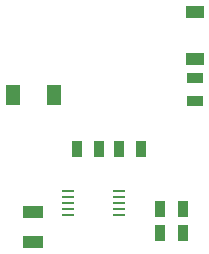
<source format=gbr>
%TF.GenerationSoftware,KiCad,Pcbnew,7.0.7-7.0.7~ubuntu23.04.1*%
%TF.CreationDate,2023-09-17T09:32:36+00:00*%
%TF.ProjectId,RTC02,52544330-322e-46b6-9963-61645f706362,rev?*%
%TF.SameCoordinates,Original*%
%TF.FileFunction,Paste,Bot*%
%TF.FilePolarity,Positive*%
%FSLAX46Y46*%
G04 Gerber Fmt 4.6, Leading zero omitted, Abs format (unit mm)*
G04 Created by KiCad (PCBNEW 7.0.7-7.0.7~ubuntu23.04.1) date 2023-09-17 09:32:36*
%MOMM*%
%LPD*%
G01*
G04 APERTURE LIST*
%ADD10R,0.889000X1.397000*%
%ADD11R,1.300480X1.699260*%
%ADD12R,1.500000X1.050000*%
%ADD13R,1.397000X0.889000*%
%ADD14R,1.100000X0.250000*%
%ADD15R,1.800000X1.000000*%
G04 APERTURE END LIST*
D10*
%TO.C,C1*%
X24955500Y20828000D03*
X26860500Y20828000D03*
%TD*%
%TO.C,C2*%
X24955500Y18796000D03*
X26860500Y18796000D03*
%TD*%
D11*
%TO.C,D1*%
X15974060Y30480000D03*
X12473940Y30480000D03*
%TD*%
D12*
%TO.C,D2*%
X27940000Y33560000D03*
X27940000Y37560000D03*
%TD*%
D13*
%TO.C,R1*%
X27940000Y31940500D03*
X27940000Y30035500D03*
%TD*%
D14*
%TO.C,U1*%
X17154000Y20336000D03*
X17154000Y20836000D03*
X17154000Y21336000D03*
X17154000Y21836000D03*
X17154000Y22336000D03*
X21454000Y22336000D03*
X21454000Y21836000D03*
X21454000Y21336000D03*
X21454000Y20836000D03*
X21454000Y20336000D03*
%TD*%
D15*
%TO.C,Y1*%
X14224000Y20554000D03*
X14224000Y18054000D03*
%TD*%
D10*
%TO.C,R2*%
X19812000Y25908000D03*
X17907000Y25908000D03*
%TD*%
%TO.C,R3*%
X21463000Y25908000D03*
X23368000Y25908000D03*
%TD*%
M02*

</source>
